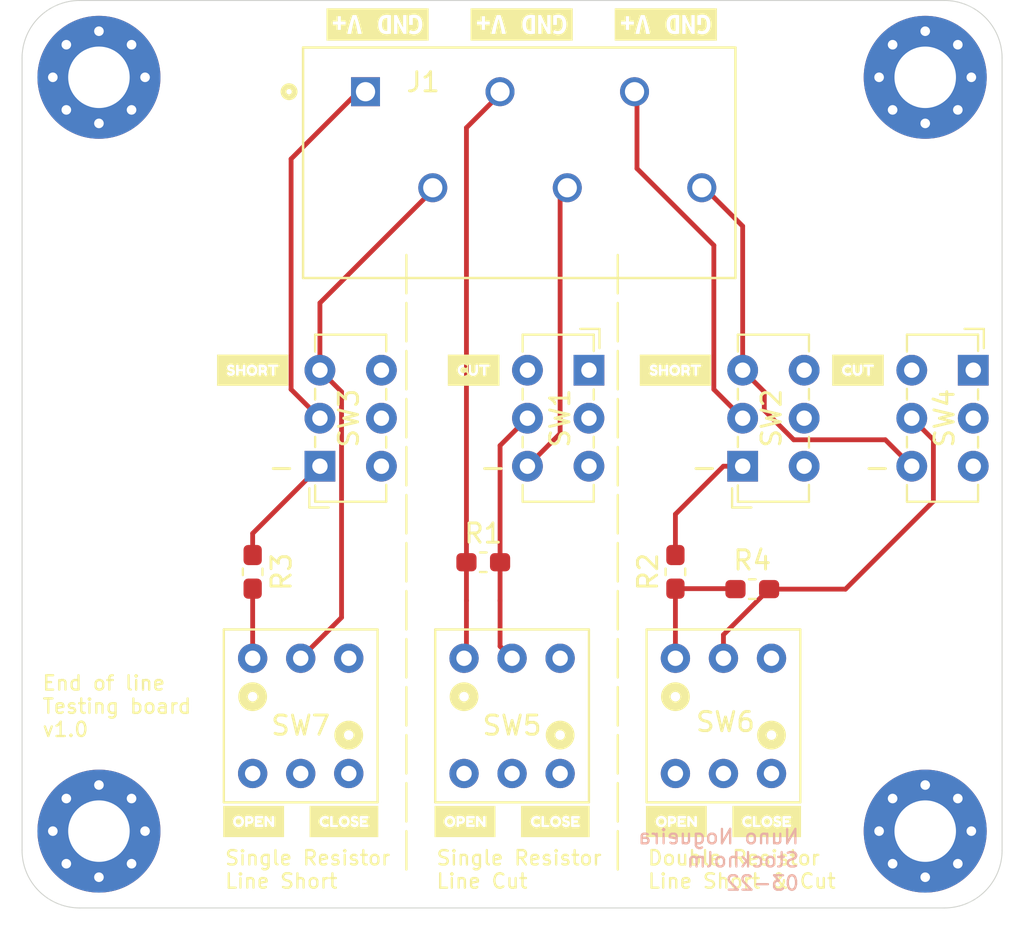
<source format=kicad_pcb>
(kicad_pcb (version 20211014) (generator pcbnew)
  (layers (0 "F.Cu" signal) (31 "B.Cu" signal) (34 "B.Paste" user) (35 "F.Paste" user) (36 "B.SilkS" user "B.Silkscreen") (37 "F.SilkS" user "F.Silkscreen") (38 "B.Mask" user) (39 "F.Mask" user) (44 "Edge.Cuts" user))
  (net 0 "")
  (net 1 "IN1")
  (net 2 "IN2")
  (net 3 "IN3")
  (net 4 "Net-(R1-Pad1)")
  (net 5 "Net-(R2-Pad2)")
  (net 6 "Net-(R2-Pad1)")
  (net 7 "Net-(R3-Pad2)")
  (net 8 "Net-(R3-Pad1)")
  (net 9 "Net-(R4-Pad1)")
  (net 10 "SLS1")
  (net 11 "SLC1")
  (net 12 "DL")
  (footprint "MountingHole:MountingHole_3.2mm_M3_Pad_Via" (layer "F.Cu") (at 18 53)
    (fp_text reference "H1" hide)
    (fp_text value "MountingHole")
    (pad "1" thru_hole circle locked (at 0 -2.4) (size 0.8 0.8) (drill 0.5) (layers *.Cu *.Mask))
    (pad "1" thru_hole circle locked (at 0 0) (size 6.4 6.4) (drill 3.2) (layers *.Cu *.Mask))
    (pad "1" thru_hole circle locked (at 0 2.4) (size 0.8 0.8) (drill 0.5) (layers *.Cu *.Mask))
    (pad "1" thru_hole circle locked (at -1.697056 -1.697056) (size 0.8 0.8) (drill 0.5) (layers *.Cu *.Mask))
    (pad "1" thru_hole circle locked (at 2.4 0) (size 0.8 0.8) (drill 0.5) (layers *.Cu *.Mask))
    (pad "1" thru_hole circle locked (at 1.697056 -1.697056) (size 0.8 0.8) (drill 0.5) (layers *.Cu *.Mask))
    (pad "1" thru_hole circle locked (at -2.4 0) (size 0.8 0.8) (drill 0.5) (layers *.Cu *.Mask))
    (pad "1" thru_hole circle locked (at 1.697056 1.697056) (size 0.8 0.8) (drill 0.5) (layers *.Cu *.Mask))
    (pad "1" thru_hole circle locked (at -1.697056 1.697056) (size 0.8 0.8) (drill 0.5) (layers *.Cu *.Mask))
  )
  (footprint "MountingHole:MountingHole_3.2mm_M3_Pad_Via" (layer "F.Cu") (at 61 13.75)
    (fp_text reference "H2" hide)
    (fp_text value "MountingHole")
    (pad "1" thru_hole circle locked (at 0 -2.4) (size 0.8 0.8) (drill 0.5) (layers *.Cu *.Mask))
    (pad "1" thru_hole circle locked (at 1.697056 -1.697056) (size 0.8 0.8) (drill 0.5) (layers *.Cu *.Mask))
    (pad "1" thru_hole circle locked (at -1.697056 -1.697056) (size 0.8 0.8) (drill 0.5) (layers *.Cu *.Mask))
    (pad "1" thru_hole circle locked (at -1.697056 1.697056) (size 0.8 0.8) (drill 0.5) (layers *.Cu *.Mask))
    (pad "1" thru_hole circle locked (at 0 2.4) (size 0.8 0.8) (drill 0.5) (layers *.Cu *.Mask))
    (pad "1" thru_hole circle locked (at 0 0) (size 6.4 6.4) (drill 3.2) (layers *.Cu *.Mask))
    (pad "1" thru_hole circle locked (at 2.4 0) (size 0.8 0.8) (drill 0.5) (layers *.Cu *.Mask))
    (pad "1" thru_hole circle locked (at -2.4 0) (size 0.8 0.8) (drill 0.5) (layers *.Cu *.Mask))
    (pad "1" thru_hole circle locked (at 1.697056 1.697056) (size 0.8 0.8) (drill 0.5) (layers *.Cu *.Mask))
  )
  (footprint "MountingHole:MountingHole_3.2mm_M3_Pad_Via" (layer "F.Cu") (at 18 13.75)
    (fp_text reference "H3" hide)
    (fp_text value "MountingHole")
    (pad "1" thru_hole circle locked (at 0 -2.4) (size 0.8 0.8) (drill 0.5) (layers *.Cu *.Mask))
    (pad "1" thru_hole circle locked (at -2.4 0) (size 0.8 0.8) (drill 0.5) (layers *.Cu *.Mask))
    (pad "1" thru_hole circle locked (at 0 0) (size 6.4 6.4) (drill 3.2) (layers *.Cu *.Mask))
    (pad "1" thru_hole circle locked (at 1.697056 1.697056) (size 0.8 0.8) (drill 0.5) (layers *.Cu *.Mask))
    (pad "1" thru_hole circle locked (at 0 2.4) (size 0.8 0.8) (drill 0.5) (layers *.Cu *.Mask))
    (pad "1" thru_hole circle locked (at -1.697056 1.697056) (size 0.8 0.8) (drill 0.5) (layers *.Cu *.Mask))
    (pad "1" thru_hole circle locked (at -1.697056 -1.697056) (size 0.8 0.8) (drill 0.5) (layers *.Cu *.Mask))
    (pad "1" thru_hole circle locked (at 2.4 0) (size 0.8 0.8) (drill 0.5) (layers *.Cu *.Mask))
    (pad "1" thru_hole circle locked (at 1.697056 -1.697056) (size 0.8 0.8) (drill 0.5) (layers *.Cu *.Mask))
  )
  (footprint "MountingHole:MountingHole_3.2mm_M3_Pad_Via" (layer "F.Cu") (at 61 53)
    (fp_text reference "H4" hide)
    (fp_text value "MountingHole")
    (pad "1" thru_hole circle locked (at 0 -2.4) (size 0.8 0.8) (drill 0.5) (layers *.Cu *.Mask))
    (pad "1" thru_hole circle locked (at 0 2.4) (size 0.8 0.8) (drill 0.5) (layers *.Cu *.Mask))
    (pad "1" thru_hole circle locked (at 1.697056 1.697056) (size 0.8 0.8) (drill 0.5) (layers *.Cu *.Mask))
    (pad "1" thru_hole circle locked (at -1.697056 -1.697056) (size 0.8 0.8) (drill 0.5) (layers *.Cu *.Mask))
    (pad "1" thru_hole circle locked (at 0 0) (size 6.4 6.4) (drill 3.2) (layers *.Cu *.Mask))
    (pad "1" thru_hole circle locked (at -2.4 0) (size 0.8 0.8) (drill 0.5) (layers *.Cu *.Mask))
    (pad "1" thru_hole circle locked (at 2.4 0) (size 0.8 0.8) (drill 0.5) (layers *.Cu *.Mask))
    (pad "1" thru_hole circle locked (at -1.697056 1.697056) (size 0.8 0.8) (drill 0.5) (layers *.Cu *.Mask))
    (pad "1" thru_hole circle locked (at 1.697056 -1.697056) (size 0.8 0.8) (drill 0.5) (layers *.Cu *.Mask))
  )
  (footprint "Resistor_SMD:R_0603_1608Metric_Pad1.05x0.95mm_HandSolder" (layer "F.Cu") (at 38 39 180)
    (fp_text reference "R1" (at 0 1.5) (layer "F.SilkS"))
    (fp_text value "2k")
    (pad "1" smd roundrect locked (at -0.875 0 180) (size 1.05 0.95) (layers "F.Cu" "F.Paste" "F.Mask") (net 4 "Net-(R1-Pad1)"))
    (pad "2" smd roundrect locked (at 0.875 0 180) (size 1.05 0.95) (layers "F.Cu" "F.Paste" "F.Mask") (net 11 "SLC1"))
  )
  (footprint "Resistor_SMD:R_0603_1608Metric_Pad1.05x0.95mm_HandSolder" (layer "F.Cu") (at 48 39.5 90)
    (fp_text reference "R2" (at 0 -1.43 90) (layer "F.SilkS"))
    (fp_text value "1k")
    (pad "1" smd roundrect locked (at -0.875 0 90) (size 1.05 0.95) (layers "F.Cu" "F.Paste" "F.Mask") (net 6 "Net-(R2-Pad1)"))
    (pad "2" smd roundrect locked (at 0.875 0 90) (size 1.05 0.95) (layers "F.Cu" "F.Paste" "F.Mask") (net 5 "Net-(R2-Pad2)"))
  )
  (footprint "Resistor_SMD:R_0603_1608Metric_Pad1.05x0.95mm_HandSolder" (layer "F.Cu") (at 26 39.5 90)
    (fp_text reference "R3" (at 0 1.5 90) (layer "F.SilkS"))
    (fp_text value "2k")
    (pad "1" smd roundrect locked (at -0.875 0 90) (size 1.05 0.95) (layers "F.Cu" "F.Paste" "F.Mask") (net 8 "Net-(R3-Pad1)"))
    (pad "2" smd roundrect locked (at 0.875 0 90) (size 1.05 0.95) (layers "F.Cu" "F.Paste" "F.Mask") (net 7 "Net-(R3-Pad2)"))
  )
  (footprint "Resistor_SMD:R_0603_1608Metric_Pad1.05x0.95mm_HandSolder" (layer "F.Cu") (at 52 40.4 180)
    (fp_text reference "R4" (at 0 1.5) (layer "F.SilkS"))
    (fp_text value "2k")
    (pad "1" smd roundrect locked (at -0.875 0 180) (size 1.05 0.95) (layers "F.Cu" "F.Paste" "F.Mask") (net 9 "Net-(R4-Pad1)"))
    (pad "2" smd roundrect locked (at 0.875 0 180) (size 1.05 0.95) (layers "F.Cu" "F.Paste" "F.Mask") (net 6 "Net-(R2-Pad1)"))
  )
  (footprint "Button_Switch_THT:SW_E-Switch_EG1271_DPDT" (layer "F.Cu") (at 43.5 29 -90)
    (fp_text reference "SW1" (at 2.5 1.5 90) (layer "F.SilkS"))
    (fp_text value "Slide_DPDT")
    (pad "1" thru_hole rect locked (at 0 0 270) (size 1.6 1.6) (drill 0.8) (layers *.Cu *.Mask))
    (pad "2" thru_hole circle locked (at 2.5 0 270) (size 1.6 1.6) (drill 0.8) (layers *.Cu *.Mask))
    (pad "3" thru_hole circle locked (at 5 0 270) (size 1.6 1.6) (drill 0.8) (layers *.Cu *.Mask))
    (pad "4" thru_hole circle locked (at 0 3.2 270) (size 1.6 1.6) (drill 0.8) (layers *.Cu *.Mask))
    (pad "5" thru_hole circle locked (at 2.5 3.2 270) (size 1.6 1.6) (drill 0.8) (layers *.Cu *.Mask) (net 4 "Net-(R1-Pad1)"))
    (pad "6" thru_hole circle locked (at 5 3.2 270) (size 1.6 1.6) (drill 0.8) (layers *.Cu *.Mask) (net 2 "IN2"))
  )
  (footprint "Button_Switch_THT:SW_E-Switch_EG1271_DPDT" (layer "F.Cu") (at 51.5 34 90)
    (fp_text reference "SW2" (at 2.5 1.5 90) (layer "F.SilkS"))
    (fp_text value "Slide_DPDT")
    (pad "1" thru_hole rect locked (at 0 0 90) (size 1.6 1.6) (drill 0.8) (layers *.Cu *.Mask) (net 5 "Net-(R2-Pad2)"))
    (pad "2" thru_hole circle (at 2.5 0 90) (size 1.6 1.6) (drill 0.8) (layers *.Cu *.Mask) (net 12 "DL"))
    (pad "3" thru_hole circle locked (at 5 0 90) (size 1.6 1.6) (drill 0.8) (layers *.Cu *.Mask) (net 3 "IN3"))
    (pad "4" thru_hole circle locked (at 0 3.2 90) (size 1.6 1.6) (drill 0.8) (layers *.Cu *.Mask))
    (pad "5" thru_hole circle locked (at 2.5 3.2 90) (size 1.6 1.6) (drill 0.8) (layers *.Cu *.Mask))
    (pad "6" thru_hole circle locked (at 5 3.2 90) (size 1.6 1.6) (drill 0.8) (layers *.Cu *.Mask))
  )
  (footprint "Button_Switch_THT:SW_E-Switch_EG1271_DPDT" (layer "F.Cu") (at 29.5 34 90)
    (fp_text reference "SW3" (at 2.5 1.5 90) (layer "F.SilkS"))
    (fp_text value "Slide_DPDT")
    (pad "1" thru_hole rect locked (at 0 0 90) (size 1.6 1.6) (drill 0.8) (layers *.Cu *.Mask) (net 7 "Net-(R3-Pad2)"))
    (pad "2" thru_hole circle locked (at 2.5 0 90) (size 1.6 1.6) (drill 0.8) (layers *.Cu *.Mask) (net 10 "SLS1"))
    (pad "3" thru_hole circle locked (at 5 0 90) (size 1.6 1.6) (drill 0.8) (layers *.Cu *.Mask) (net 1 "IN1"))
    (pad "4" thru_hole circle locked (at 0 3.2 90) (size 1.6 1.6) (drill 0.8) (layers *.Cu *.Mask))
    (pad "5" thru_hole circle locked (at 2.5 3.2 90) (size 1.6 1.6) (drill 0.8) (layers *.Cu *.Mask))
    (pad "6" thru_hole circle locked (at 5 3.2 90) (size 1.6 1.6) (drill 0.8) (layers *.Cu *.Mask))
  )
  (footprint "Button_Switch_THT:SW_E-Switch_EG1271_DPDT" (layer "F.Cu") (at 63.5 29 -90)
    (fp_text reference "SW4" (at 2.5 1.5 90) (layer "F.SilkS"))
    (fp_text value "Slide_DPDT")
    (pad "1" thru_hole rect locked (at 0 0 270) (size 1.6 1.6) (drill 0.8) (layers *.Cu *.Mask))
    (pad "2" thru_hole circle locked (at 2.5 0 270) (size 1.6 1.6) (drill 0.8) (layers *.Cu *.Mask))
    (pad "3" thru_hole circle locked (at 5 0 270) (size 1.6 1.6) (drill 0.8) (layers *.Cu *.Mask))
    (pad "4" thru_hole circle locked (at 0 3.2 270) (size 1.6 1.6) (drill 0.8) (layers *.Cu *.Mask))
    (pad "5" thru_hole circle locked (at 2.5 3.2 270) (size 1.6 1.6) (drill 0.8) (layers *.Cu *.Mask) (net 9 "Net-(R4-Pad1)"))
    (pad "6" thru_hole circle locked (at 5 3.2 270) (size 1.6 1.6) (drill 0.8) (layers *.Cu *.Mask) (net 3 "IN3"))
  )
  (footprint "External:MHPS2285" (layer "F.Cu") (at 40.5 48)
    (fp_text reference "SW5" (at -1 -0.5) (layer "F.SilkS"))
    (fp_text value "SW_Push_DPDT")
    (pad "1" thru_hole circle locked (at 1.5 -4) (size 1.524 1.524) (drill 0.8) (layers *.Cu *.Mask))
    (pad "2" thru_hole circle locked (at -3.5 -4) (size 1.524 1.524) (drill 0.8) (layers *.Cu *.Mask) (net 11 "SLC1"))
    (pad "3" thru_hole circle locked (at -1 -4) (size 1.524 1.524) (drill 0.8) (layers *.Cu *.Mask) (net 4 "Net-(R1-Pad1)"))
    (pad "4" thru_hole circle locked (at -3.5 2) (size 1.524 1.524) (drill 0.8) (layers *.Cu *.Mask))
    (pad "5" thru_hole circle locked (at 1.5 2) (size 1.524 1.524) (drill 0.8) (layers *.Cu *.Mask))
    (pad "6" thru_hole circle locked (at -1 2) (size 1.524 1.524) (drill 0.8) (layers *.Cu *.Mask))
  )
  (footprint "External:MHPS2285" (layer "F.Cu") (at 51.5 48)
    (fp_text reference "SW6" (at -0.895 -0.685) (layer "F.SilkS"))
    (fp_text value "SW_Push_DPDT")
    (pad "1" thru_hole circle locked (at 1.5 -4) (size 1.524 1.524) (drill 0.8) (layers *.Cu *.Mask))
    (pad "2" thru_hole circle locked (at -3.5 -4) (size 1.524 1.524) (drill 0.8) (layers *.Cu *.Mask) (net 6 "Net-(R2-Pad1)"))
    (pad "3" thru_hole circle locked (at -1 -4) (size 1.524 1.524) (drill 0.8) (layers *.Cu *.Mask) (net 9 "Net-(R4-Pad1)"))
    (pad "4" thru_hole circle locked (at -3.5 2) (size 1.524 1.524) (drill 0.8) (layers *.Cu *.Mask))
    (pad "5" thru_hole circle locked (at 1.5 2) (size 1.524 1.524) (drill 0.8) (layers *.Cu *.Mask))
    (pad "6" thru_hole circle locked (at -1 2) (size 1.524 1.524) (drill 0.8) (layers *.Cu *.Mask))
  )
  (footprint "External:MHPS2285" (layer "F.Cu") (at 29.5 48)
    (fp_text reference "SW7" (at -1 -0.5) (layer "F.SilkS"))
    (fp_text value "SW_Push_DPDT")
    (pad "1" thru_hole circle locked (at 1.5 -4) (size 1.524 1.524) (drill 0.8) (layers *.Cu *.Mask))
    (pad "2" thru_hole circle locked (at -3.5 -4) (size 1.524 1.524) (drill 0.8) (layers *.Cu *.Mask) (net 8 "Net-(R3-Pad1)"))
    (pad "3" thru_hole circle locked (at -1 -4) (size 1.524 1.524) (drill 0.8) (layers *.Cu *.Mask) (net 1 "IN1"))
    (pad "4" thru_hole circle locked (at -3.5 2) (size 1.524 1.524) (drill 0.8) (layers *.Cu *.Mask))
    (pad "5" thru_hole circle locked (at 1.5 2) (size 1.524 1.524) (drill 0.8) (layers *.Cu *.Mask))
    (pad "6" thru_hole circle locked (at -1 2) (size 1.524 1.524) (drill 0.8) (layers *.Cu *.Mask))
  )
  (footprint "label" (layer "F.Cu") (at 26 29)
    (fp_text reference "kibuzzard-62360F8D" hide)
    (fp_text value "G***" hide)
  )
  (footprint "label" (layer "F.Cu") (at 48 29)
    (fp_text reference "kibuzzard-62360F8D" hide)
    (fp_text value "G***" hide)
  )
  (footprint "label" (layer "F.Cu") (at 37.5 29)
    (fp_text reference "kibuzzard-62360FC7" hide)
    (fp_text value "G***" hide)
  )
  (footprint "label" (layer "F.Cu") (at 57.5 29)
    (fp_text reference "kibuzzard-62360FC7" hide)
    (fp_text value "G***" hide)
  )
  (footprint "label" (layer "F.Cu") (at 26.05 52.5)
    (fp_text reference "kibuzzard-62361022" hide)
    (fp_text value "G***" hide)
  )
  (footprint "label" (layer "F.Cu") (at 37.05 52.5)
    (fp_text reference "kibuzzard-62361022" hide)
    (fp_text value "G***" hide)
  )
  (footprint "label" (layer "F.Cu") (at 48.05 52.5)
    (fp_text reference "kibuzzard-62361022" hide)
    (fp_text value "G***" hide)
  )
  (footprint "label" (layer "F.Cu") (at 41.75 52.5)
    (fp_text reference "kibuzzard-62361049" hide)
    (fp_text value "G***" hide)
  )
  (footprint "label" (layer "F.Cu") (at 52.75 52.5)
    (fp_text reference "kibuzzard-62361049" hide)
    (fp_text value "G***" hide)
  )
  (footprint "label" (layer "F.Cu") (at 30.75 52.5)
    (fp_text reference "kibuzzard-62361049" hide)
    (fp_text value "G***" hide)
  )
  (footprint "kibuzzard-624DDF7A" (layer "F.Cu") (at 40 11 180)
    (fp_text reference "kibuzzard-624DDF7A" hide)
    (fp_text value "G***" hide)
  )
  (footprint "kibuzzard-624DDF7A" (layer "F.Cu") (at 47.5 11 180)
    (fp_text reference "kibuzzard-624DDF7A" hide)
    (fp_text value "G***" hide)
  )
  (footprint "kibuzzard-624DDF7A" (layer "F.Cu") (at 32.5 11 180)
    (fp_text reference "kibuzzard-624DDF7A" hide)
    (fp_text value "G***" hide)
  )
  (footprint "External:PHOENIX_1985234" (layer "F.Cu") (at 31.87271 14.5)
    (fp_text reference "J1" (at 3.00229 -0.5) (layer "F.SilkS"))
    (fp_text value "Conn_01x06")
    (pad "1" thru_hole rect locked (at 0 0) (size 1.508 1.508) (drill 1) (layers *.Cu *.Mask) (net 10 "SLS1"))
    (pad "2" thru_hole circle locked (at 3.5 5) (size 1.508 1.508) (drill 1) (layers *.Cu *.Mask) (net 1 "IN1"))
    (pad "3" thru_hole circle locked (at 7 0) (size 1.508 1.508) (drill 1) (layers *.Cu *.Mask) (net 11 "SLC1"))
    (pad "4" thru_hole circle locked (at 10.5 5) (size 1.508 1.508) (drill 1) (layers *.Cu *.Mask) (net 2 "IN2"))
    (pad "5" thru_hole circle locked (at 14 0) (size 1.508 1.508) (drill 1) (layers *.Cu *.Mask) (net 12 "DL"))
    (pad "6" thru_hole circle locked (at 17.5 5) (size 1.508 1.508) (drill 1) (layers *.Cu *.Mask) (net 3 "IN3"))
  )
  (gr_line (start 34 23) (end 34 25) (layer "F.SilkS") (width 0.12))
  (gr_line (start 34 28) (end 34 30) (layer "F.SilkS") (width 0.12))
  (gr_line (start 34 30.5) (end 34 32.5) (layer "F.SilkS") (width 0.12))
  (gr_line (start 34 33) (end 34 35) (layer "F.SilkS") (width 0.12))
  (gr_line (start 34 35.5) (end 34 37.5) (layer "F.SilkS") (width 0.12))
  (gr_line (start 34 38) (end 34 40) (layer "F.SilkS") (width 0.12))
  (gr_line (start 34 40.5) (end 34 42.5) (layer "F.SilkS") (width 0.12))
  (gr_line (start 34 43) (end 34 45) (layer "F.SilkS") (width 0.12))
  (gr_line (start 34 45.5) (end 34 47.5) (layer "F.SilkS") (width 0.12))
  (gr_line (start 34 48) (end 34 50) (layer "F.SilkS") (width 0.12))
  (gr_line (start 45 23) (end 45 25) (layer "F.SilkS") (width 0.12))
  (gr_line (start 45 38) (end 45 40) (layer "F.SilkS") (width 0.12))
  (gr_line (start 45 28) (end 45 30) (layer "F.SilkS") (width 0.12))
  (gr_line (start 45 48) (end 45 50) (layer "F.SilkS") (width 0.12))
  (gr_line (start 45 40.5) (end 45 42.5) (layer "F.SilkS") (width 0.12))
  (gr_line (start 45 30.5) (end 45 32.5) (layer "F.SilkS") (width 0.12))
  (gr_line (start 45 33) (end 45 35) (layer "F.SilkS") (width 0.12))
  (gr_line (start 45 43) (end 45 45) (layer "F.SilkS") (width 0.12))
  (gr_line (start 45 45.5) (end 45 47.5) (layer "F.SilkS") (width 0.12))
  (gr_line (start 45 35.5) (end 45 37.5) (layer "F.SilkS") (width 0.12))
  (gr_line (start 34 50.5) (end 34 52.5) (layer "F.SilkS") (width 0.12))
  (gr_line (start 45 50.5) (end 45 52.5) (layer "F.SilkS") (width 0.12))
  (gr_line (start 34 25.5) (end 34 27.5) (layer "F.SilkS") (width 0.12))
  (gr_line (start 34 53) (end 34 55) (layer "F.SilkS") (width 0.12))
  (gr_line (start 45 25.5) (end 45 27.5) (layer "F.SilkS") (width 0.12))
  (gr_line (start 45 53) (end 45 55) (layer "F.SilkS") (width 0.12))
  (gr_arc (start 14 12.75) (mid 14.87868 10.62868) (end 17 9.75) (layer "Edge.Cuts") (width 0.05))
  (gr_line (start 14 12.75) (end 14 54) (layer "Edge.Cuts") (width 0.05))
  (gr_arc (start 65 54) (mid 64.12132 56.12132) (end 62 57) (layer "Edge.Cuts") (width 0.05))
  (gr_arc (start 62 9.75) (mid 64.12132 10.62868) (end 65 12.75) (layer "Edge.Cuts") (width 0.05))
  (gr_line (start 65 54) (end 65 12.75) (layer "Edge.Cuts") (width 0.05))
  (gr_line (start 62 9.75) (end 17 9.75) (layer "Edge.Cuts") (width 0.05))
  (gr_line (start 17 57) (end 62 57) (layer "Edge.Cuts") (width 0.05))
  (gr_arc (start 17 57) (mid 14.87868 56.12132) (end 14 54) (layer "Edge.Cuts") (width 0.05))
  (gr_text "Nuno Nogueira\nStockholm\n03-22" (at 54.5 54.5) (layer "B.SilkS") (effects (font (size 0.75 0.75) (thickness 0.12)) (justify left mirror)))
  (gr_text "—" (at 27.5 34) (layer "F.SilkS") (effects (font (size 1 1))))
  (gr_text "—" (at 38.5 34) (layer "F.SilkS") (effects (font (size 1 1))))
  (gr_text "—" (at 49.5 34) (layer "F.SilkS") (effects (font (size 1 1))))
  (gr_text "—" (at 58.5 34) (layer "F.SilkS") (effects (font (size 1 1))))
  (gr_text "Single Resistor\nLine Cut\n" (at 35.5 55) (layer "F.SilkS") (effects (font (size 0.75 0.75) (thickness 0.12)) (justify left)))
  (gr_text "Double Resistor\nLine Short & Cut" (at 46.5 55) (layer "F.SilkS") (effects (font (size 0.75 0.75) (thickness 0.12)) (justify left)))
  (gr_text "End of line\nTesting board\nv1.0" (at 15 46.5) (layer "F.SilkS") (effects (font (size 0.75 0.75) (thickness 0.12)) (justify left)))
  (gr_text "Single Resistor\nLine Short" (at 24.5 55) (layer "F.SilkS") (effects (font (size 0.75 0.75) (thickness 0.12)) (justify left)))
  (segment (start 29.5 29) (end 29.5 25.5) (width 0.25) (layer "F.Cu") (net 1))
  (segment (start 30.625001 41.874999) (end 28.5 44) (width 0.25) (layer "F.Cu") (net 1))
  (segment (start 30.625001 30.125001) (end 30.625001 41.874999) (width 0.25) (layer "F.Cu") (net 1))
  (segment (start 29.5 29) (end 30.625001 30.125001) (width 0.25) (layer "F.Cu") (net 1))
  (segment (start 29.5 25.5) (end 35.5 19.5) (width 0.25) (layer "F.Cu") (net 1))
  (segment (start 40.3 34) (end 42 32.3) (width 0.25) (layer "F.Cu") (net 2))
  (segment (start 42 32.3) (end 42 20) (width 0.25) (layer "F.Cu") (net 2))
  (segment (start 42 20) (end 42.5 19.5) (width 0.25) (layer "F.Cu") (net 2))
  (segment (start 52.625001 31.090003) (end 52.625001 30.125001) (width 0.25) (layer "F.Cu") (net 3))
  (segment (start 51.5 29) (end 51.5 21.5) (width 0.25) (layer "F.Cu") (net 3))
  (segment (start 54.159999 32.625001) (end 52.625001 31.090003) (width 0.25) (layer "F.Cu") (net 3))
  (segment (start 52.625001 30.125001) (end 51.5 29) (width 0.25) (layer "F.Cu") (net 3))
  (segment (start 51.5 21.5) (end 49.5 19.5) (width 0.25) (layer "F.Cu") (net 3))
  (segment (start 58.925001 32.625001) (end 54.159999 32.625001) (width 0.25) (layer "F.Cu") (net 3))
  (segment (start 60.3 34) (end 58.925001 32.625001) (width 0.25) (layer "F.Cu") (net 3))
  (segment (start 38.875 32.925) (end 38.875 38.875) (width 0.25) (layer "F.Cu") (net 4))
  (segment (start 38.875 41) (end 38.875 43.375) (width 0.25) (layer "F.Cu") (net 4))
  (segment (start 40.3 31.5) (end 38.875 32.925) (width 0.25) (layer "F.Cu") (net 4))
  (segment (start 38.875 43.375) (end 39.5 44) (width 0.25) (layer "F.Cu") (net 4))
  (segment (start 38.875 41) (end 38.875 39.125) (width 0.25) (layer "F.Cu") (net 4))
  (segment (start 51.5 34) (end 50.5 34) (width 0.25) (layer "F.Cu") (net 5))
  (segment (start 48 36.5) (end 48 38.625) (width 0.25) (layer "F.Cu") (net 5))
  (segment (start 50.5 34) (end 48 36.5) (width 0.25) (layer "F.Cu") (net 5))
  (segment (start 51.1 40.375) (end 51.125 40.4) (width 0.25) (layer "F.Cu") (net 6))
  (segment (start 48 40.375) (end 48 44) (width 0.25) (layer "F.Cu") (net 6))
  (segment (start 48 40.375) (end 51.1 40.375) (width 0.25) (layer "F.Cu") (net 6))
  (segment (start 26 37.5) (end 29.5 34) (width 0.25) (layer "F.Cu") (net 7))
  (segment (start 26 38.625) (end 26 37.5) (width 0.25) (layer "F.Cu") (net 7))
  (segment (start 26 44) (end 26 40.375) (width 0.25) (layer "F.Cu") (net 8))
  (segment (start 56.85 40.4) (end 52.875 40.4) (width 0.25) (layer "F.Cu") (net 9))
  (segment (start 50.5 44) (end 50.5 42.775) (width 0.25) (layer "F.Cu") (net 9))
  (segment (start 50.5 42.775) (end 52.875 40.4) (width 0.25) (layer "F.Cu") (net 9))
  (segment (start 61.425001 35.824999) (end 56.85 40.4) (width 0.25) (layer "F.Cu") (net 9))
  (segment (start 61.425001 32.625001) (end 61.425001 35.824999) (width 0.25) (layer "F.Cu") (net 9))
  (segment (start 60.3 31.5) (end 61.425001 32.625001) (width 0.25) (layer "F.Cu") (net 9))
  (segment (start 28 30) (end 28 18) (width 0.25) (layer "F.Cu") (net 10))
  (segment (start 29.5 31.5) (end 28 30) (width 0.25) (layer "F.Cu") (net 10))
  (segment (start 28 18) (end 31.5 14.5) (width 0.25) (layer "F.Cu") (net 10))
  (segment (start 37.125 39) (end 37.125 16.375) (width 0.25) (layer "F.Cu") (net 11))
  (segment (start 37.125 43.875) (end 37 44) (width 0.25) (layer "F.Cu") (net 11))
  (segment (start 37.125 41) (end 37.125 43.875) (width 0.25) (layer "F.Cu") (net 11))
  (segment (start 37.125 16.375) (end 39 14.5) (width 0.25) (layer "F.Cu") (net 11))
  (segment (start 37.125 41) (end 37.125 39.125) (width 0.25) (layer "F.Cu") (net 11))
  (segment (start 50 22.5) (end 46 18.5) (width 0.25) (layer "F.Cu") (net 12))
  (segment (start 46 18.5) (end 46 14.5) (width 0.25) (layer "F.Cu") (net 12))
  (segment (start 51.5 31.5) (end 50 30) (width 0.25) (layer "F.Cu") (net 12))
  (segment (start 50 30) (end 50 22.5) (width 0.25) (layer "F.Cu") (net 12))
)
</source>
